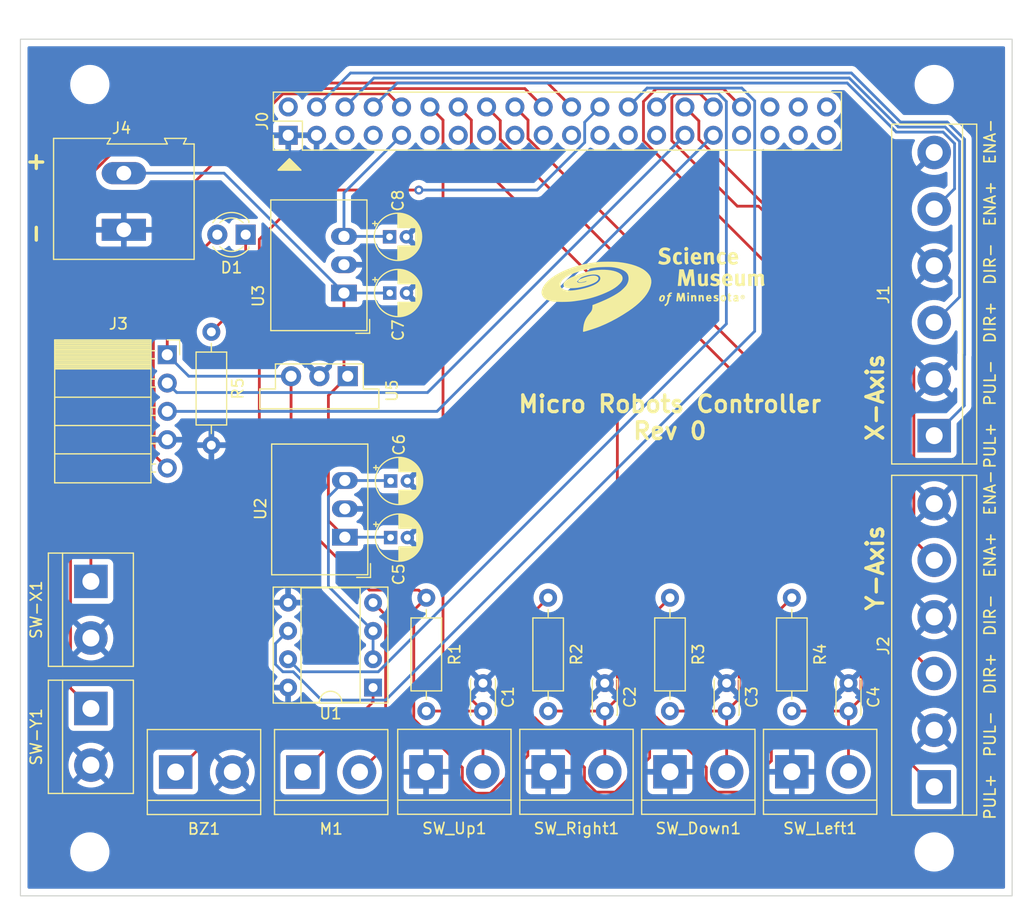
<source format=kicad_pcb>
(kicad_pcb (version 20211014) (generator pcbnew)
  (layers (0 "F.Cu" signal) (31 "B.Cu" signal) (34 "B.Paste" user) (35 "F.Paste" user) (36 "B.SilkS" user "B.Silkscreen") (37 "F.SilkS" user "F.Silkscreen") (38 "B.Mask" user) (39 "F.Mask" user) (44 "Edge.Cuts" user))
  (net 0 "")
  (net 1 "Net-(BZ1-Pad1)")
  (net 2 "GND")
  (net 3 "Net-(C6-Pad1)")
  (net 4 "+12V")
  (net 6 "/PulX")
  (net 8 "/DirX")
  (net 10 "/EnaX")
  (net 11 "Net-(J0-Pad10)")
  (net 13 "/JoyUp")
  (net 15 "/JoyRight")
  (net 17 "/JoyDown")
  (net 19 "/JoyLeft")
  (net 21 "/LimitX")
  (net 23 "/LimitY")
  (net 26 "/MotorA")
  (net 28 "/MotorB")
  (net 29 "Net-(J0-Pad29)")
  (net 30 "/EnaY")
  (net 31 "Net-(J0-Pad31)")
  (net 32 "/DirY")
  (net 34 "/PulY")
  (net 41 "+5V")
  (net 42 "Net-(M1-Pad1)")
  (net 43 "Net-(M1-Pad2)")
  (net 44 "+24V")
  (net 45 "Net-(D1-Pad1)")
  (footprint "Capacitor_THT:C_Disc_D3.0mm_W2.0mm_P2.50mm" (layer "F.Cu") (at 138.448489 119.628989 -90)
    (fp_text reference "C1" (at 1.25 -2.25 -90) (layer "F.SilkS"))
    (fp_text value "100nF")
    (pad "1" thru_hole circle (at 0 0 270) (size 1.6 1.6) (drill 0.8) (layers *.Cu *.Mask) (net 2 "GND"))
    (pad "2" thru_hole circle (at 2.5 0 270) (size 1.6 1.6) (drill 0.8) (layers *.Cu *.Mask) (net 13 "/JoyUp"))
  )
  (footprint "SMM:TerminalBlock-2_P5.08mm_small" (layer "F.Cu") (at 133.344489 127.577989)
    (fp_text reference "SW_Up1" (at 2.54 5.08 180) (layer "F.SilkS"))
    (fp_text value "SW_Push")
    (pad "1" thru_hole rect (at 0 0) (size 3 3) (drill 1.52) (layers *.Cu *.Mask) (net 2 "GND"))
    (pad "2" thru_hole circle (at 5.08 0) (size 3 3) (drill 1.52) (layers *.Cu *.Mask) (net 13 "/JoyUp"))
  )
  (footprint "Connector_PinHeader_2.54mm:PinHeader_2x20_P2.54mm_Vertical" (layer "F.Cu") (at 120.990989 70.485 90)
    (fp_text reference "J0" (at 1.27 -2.33 90) (layer "F.SilkS"))
    (fp_text value "SMM_Mega_Shield_Connector")
    (pad "1" thru_hole rect (at 0 0 90) (size 1.7 1.7) (drill 1) (layers *.Cu *.Mask) (net 2 "GND"))
    (pad "2" thru_hole oval (at 2.54 0 90) (size 1.7 1.7) (drill 1) (layers *.Cu *.Mask))
    (pad "3" thru_hole oval (at 0 2.54 90) (size 1.7 1.7) (drill 1) (layers *.Cu *.Mask) (net 2 "GND"))
    (pad "4" thru_hole oval (at 2.54 2.54 90) (size 1.7 1.7) (drill 1) (layers *.Cu *.Mask) (net 6 "/PulX"))
    (pad "5" thru_hole oval (at 0 5.08 90) (size 1.7 1.7) (drill 1) (layers *.Cu *.Mask))
    (pad "6" thru_hole oval (at 2.54 5.08 90) (size 1.7 1.7) (drill 1) (layers *.Cu *.Mask) (net 8 "/DirX"))
    (pad "7" thru_hole oval (at 0 7.62 90) (size 1.7 1.7) (drill 1) (layers *.Cu *.Mask))
    (pad "8" thru_hole oval (at 2.54 7.62 90) (size 1.7 1.7) (drill 1) (layers *.Cu *.Mask) (net 10 "/EnaX"))
    (pad "9" thru_hole oval (at 0 10.16 90) (size 1.7 1.7) (drill 1) (layers *.Cu *.Mask) (net 4 "+12V"))
    (pad "10" thru_hole oval (at 2.54 10.16 90) (size 1.7 1.7) (drill 1) (layers *.Cu *.Mask) (net 11 "Net-(J0-Pad10)"))
    (pad "11" thru_hole oval (at 0 12.7 90) (size 1.7 1.7) (drill 1) (layers *.Cu *.Mask))
    (pad "12" thru_hole oval (at 2.54 12.7 90) (size 1.7 1.7) (drill 1) (layers *.Cu *.Mask) (net 13 "/JoyUp"))
    (pad "13" thru_hole oval (at 0 15.24 90) (size 1.7 1.7) (drill 1) (layers *.Cu *.Mask))
    (pad "14" thru_hole oval (at 2.54 15.24 90) (size 1.7 1.7) (drill 1) (layers *.Cu *.Mask) (net 15 "/JoyRight"))
    (pad "15" thru_hole oval (at 0 17.78 90) (size 1.7 1.7) (drill 1) (layers *.Cu *.Mask))
    (pad "16" thru_hole oval (at 2.54 17.78 90) (size 1.7 1.7) (drill 1) (layers *.Cu *.Mask) (net 17 "/JoyDown"))
    (pad "17" thru_hole oval (at 0 20.32 90) (size 1.7 1.7) (drill 1) (layers *.Cu *.Mask))
    (pad "18" thru_hole oval (at 2.54 20.32 90) (size 1.7 1.7) (drill 1) (layers *.Cu *.Mask) (net 19 "/JoyLeft"))
    (pad "19" thru_hole oval (at 0 22.86 90) (size 1.7 1.7) (drill 1) (layers *.Cu *.Mask))
    (pad "20" thru_hole oval (at 2.54 22.86 90) (size 1.7 1.7) (drill 1) (layers *.Cu *.Mask) (net 21 "/LimitX"))
    (pad "21" thru_hole oval (at 0 25.4 90) (size 1.7 1.7) (drill 1) (layers *.Cu *.Mask))
    (pad "22" thru_hole oval (at 2.54 25.4 90) (size 1.7 1.7) (drill 1) (layers *.Cu *.Mask) (net 23 "/LimitY"))
    (pad "23" thru_hole oval (at 0 27.94 90) (size 1.7 1.7) (drill 1) (layers *.Cu *.Mask))
    (pad "24" thru_hole oval (at 2.54 27.94 90) (size 1.7 1.7) (drill 1) (layers *.Cu *.Mask) (net 1 "Net-(BZ1-Pad1)"))
    (pad "25" thru_hole oval (at 0 30.48 90) (size 1.7 1.7) (drill 1) (layers *.Cu *.Mask))
    (pad "26" thru_hole oval (at 2.54 30.48 90) (size 1.7 1.7) (drill 1) (layers *.Cu *.Mask) (net 26 "/MotorA"))
    (pad "27" thru_hole oval (at 0 33.02 90) (size 1.7 1.7) (drill 1) (layers *.Cu *.Mask))
    (pad "28" thru_hole oval (at 2.54 33.02 90) (size 1.7 1.7) (drill 1) (layers *.Cu *.Mask) (net 28 "/MotorB"))
    (pad "29" thru_hole oval (at 0 35.56 90) (size 1.7 1.7) (drill 1) (layers *.Cu *.Mask) (net 29 "Net-(J0-Pad29)"))
    (pad "30" thru_hole oval (at 2.54 35.56 90) (size 1.7 1.7) (drill 1) (layers *.Cu *.Mask) (net 30 "/EnaY"))
    (pad "31" thru_hole oval (at 0 38.1 90) (size 1.7 1.7) (drill 1) (layers *.Cu *.Mask) (net 31 "Net-(J0-Pad31)"))
    (pad "32" thru_hole oval (at 2.54 38.1 90) (size 1.7 1.7) (drill 1) (layers *.Cu *.Mask) (net 32 "/DirY"))
    (pad "33" thru_hole oval (at 0 40.64 90) (size 1.7 1.7) (drill 1) (layers *.Cu *.Mask))
    (pad "34" thru_hole oval (at 2.54 40.64 90) (size 1.7 1.7) (drill 1) (layers *.Cu *.Mask) (net 34 "/PulY"))
    (pad "35" thru_hole oval (at 0 43.18 90) (size 1.7 1.7) (drill 1) (layers *.Cu *.Mask))
    (pad "36" thru_hole oval (at 2.54 43.18 90) (size 1.7 1.7) (drill 1) (layers *.Cu *.Mask))
    (pad "37" thru_hole oval (at 0 45.72 90) (size 1.7 1.7) (drill 1) (layers *.Cu *.Mask))
    (pad "38" thru_hole oval (at 2.54 45.72 90) (size 1.7 1.7) (drill 1) (layers *.Cu *.Mask))
    (pad "39" thru_hole oval (at 0 48.26 90) (size 1.7 1.7) (drill 1) (layers *.Cu *.Mask))
    (pad "40" thru_hole oval (at 2.54 48.26 90) (size 1.7 1.7) (drill 1) (layers *.Cu *.Mask))
  )
  (footprint "SMM:TerminalBlock-2_P5.08mm_large" (layer "F.Cu") (at 106.253989 78.965 90)
    (fp_text reference "J4" (at 9.115 -0.208989 180) (layer "F.SilkS"))
    (fp_text value "24VDC")
    (pad "1" thru_hole rect (at 0 0 90) (size 1.98 3.96) (drill 1.32) (layers *.Cu *.Mask) (net 2 "GND"))
    (pad "2" thru_hole oval (at 5.08 0 90) (size 1.98 3.96) (drill 1.32) (layers *.Cu *.Mask) (net 44 "+24V"))
  )
  (footprint "MountingHole:MountingHole_2.5mm" (layer "F.Cu") (at 103.205989 134.765489)
    (fp_text reference "REF**" hide)
    (fp_text value "MountingHole_2.5mm")
    (pad "" np_thru_hole circle (at 0 0) (size 2.5 2.5) (drill 2.5) (layers *.Cu *.Mask))
  )
  (footprint "SMM:LED_D3.0mm" (layer "F.Cu") (at 117.175 79.4 180)
    (fp_text reference "D1" (at 1.27 -2.96) (layer "F.SilkS"))
    (fp_text value "LED")
    (pad "1" thru_hole rect (at 0 0 180) (size 1.8 1.8) (drill 0.9) (layers *.Cu *.Mask) (net 45 "Net-(D1-Pad1)"))
    (pad "2" thru_hole circle (at 2.54 0 180) (size 1.8 1.8) (drill 0.9) (layers *.Cu *.Mask) (net 41 "+5V"))
  )
  (footprint "SMM:TerminalBlock-2_P5.08mm_small" (layer "F.Cu") (at 103.3 121.9 -90)
    (fp_text reference "SW-Y1" (at 2.54 4.9 90) (layer "F.SilkS"))
    (fp_text value "Limit Switch")
    (pad "1" thru_hole rect (at 0 0 270) (size 3 3) (drill 1.52) (layers *.Cu *.Mask) (net 23 "/LimitY"))
    (pad "2" thru_hole circle (at 5.08 0 270) (size 3 3) (drill 1.52) (layers *.Cu *.Mask) (net 2 "GND"))
  )
  (footprint "TerminalBlock:TerminalBlock_bornier-6_P5.08mm" (layer "F.Cu") (at 178.897989 97.427489 90)
    (fp_text reference "J1" (at 12.65 -4.55 90) (layer "F.SilkS"))
    (fp_text value "X_Axis_Stepper_Controller ")
    (pad "1" thru_hole rect (at 0 0 90) (size 3 3) (drill 1.52) (layers *.Cu *.Mask) (net 6 "/PulX"))
    (pad "2" thru_hole circle (at 5.08 0 90) (size 3 3) (drill 1.52) (layers *.Cu *.Mask) (net 2 "GND"))
    (pad "3" thru_hole circle (at 10.16 0 90) (size 3 3) (drill 1.52) (layers *.Cu *.Mask) (net 8 "/DirX"))
    (pad "4" thru_hole circle (at 15.24 0 90) (size 3 3) (drill 1.52) (layers *.Cu *.Mask) (net 2 "GND"))
    (pad "5" thru_hole circle (at 20.32 0 90) (size 3 3) (drill 1.52) (layers *.Cu *.Mask) (net 10 "/EnaX"))
    (pad "6" thru_hole circle (at 25.4 0 90) (size 3 3) (drill 1.52) (layers *.Cu *.Mask) (net 2 "GND"))
  )
  (footprint "SMM:TerminalBlock-2_P5.08mm_small" (layer "F.Cu") (at 103.3 110.5 -90)
    (fp_text reference "SW-X1" (at 2.54 4.9 90) (layer "F.SilkS"))
    (fp_text value "Limit Switch")
    (pad "1" thru_hole rect (at 0 0 270) (size 3 3) (drill 1.52) (layers *.Cu *.Mask) (net 21 "/LimitX"))
    (pad "2" thru_hole circle (at 5.08 0 270) (size 3 3) (drill 1.52) (layers *.Cu *.Mask) (net 2 "GND"))
  )
  (footprint "Converter_DCDC:Converter_DCDC_Murata_OKI-78SR_Vertical" (layer "F.Cu") (at 126.324989 92.094489 180)
    (fp_text reference "U5" (at -3.975011 -1.305511 90) (layer "F.SilkS"))
    (fp_text value "OKI-78SR-5_1.5-W36-C")
    (pad "1" thru_hole rect (at 0 0 180) (size 1.8 1.8) (drill 1) (layers *.Cu *.Mask) (net 44 "+24V"))
    (pad "2" thru_hole circle (at 2.54 0 180) (size 1.8 1.8) (drill 1) (layers *.Cu *.Mask) (net 2 "GND"))
    (pad "3" thru_hole circle (at 5.08 0 180) (size 1.8 1.8) (drill 1) (layers *.Cu *.Mask) (net 41 "+5V"))
  )
  (footprint "SMM:TerminalBlock-2_P5.08mm_small" (layer "F.Cu") (at 110.9 127.6)
    (fp_text reference "BZ1" (at 2.54 5.1) (layer "F.SilkS"))
    (fp_text value "Buzzer")
    (pad "1" thru_hole rect (at 0 0) (size 3 3) (drill 1.52) (layers *.Cu *.Mask) (net 1 "Net-(BZ1-Pad1)"))
    (pad "2" thru_hole circle (at 5.08 0) (size 3 3) (drill 1.52) (layers *.Cu *.Mask) (net 2 "GND"))
  )
  (footprint "SMM:TerminalBlock-2_P5.08mm_small" (layer "F.Cu") (at 122.3 127.6)
    (fp_text reference "M1" (at 2.54 5.1) (layer "F.SilkS"))
    (fp_text value "Motor_DC")
    (pad "1" thru_hole rect (at 0 0) (size 3 3) (drill 1.52) (layers *.Cu *.Mask) (net 42 "Net-(M1-Pad1)"))
    (pad "2" thru_hole circle (at 5.08 0) (size 3 3) (drill 1.52) (layers *.Cu *.Mask) (net 43 "Net-(M1-Pad2)"))
  )
  (footprint "MountingHole:MountingHole_2.5mm" (layer "F.Cu") (at 178.897989 65.931489)
    (fp_text reference "REF**" hide)
    (fp_text value "MountingHole_2.5mm")
    (pad "" np_thru_hole circle (at 0 0) (size 2.5 2.5) (drill 2.5) (layers *.Cu *.Mask))
  )
  (footprint "SMM:TerminalBlock-2_P5.08mm_small" (layer "F.Cu") (at 144.290489 127.577989)
    (fp_text reference "SW_Right1" (at 2.54 5.08) (layer "F.SilkS"))
    (fp_text value "SW_Push")
    (pad "1" thru_hole rect (at 0 0) (size 3 3) (drill 1.52) (layers *.Cu *.Mask) (net 2 "GND"))
    (pad "2" thru_hole circle (at 5.08 0) (size 3 3) (drill 1.52) (layers *.Cu *.Mask) (net 15 "/JoyRight"))
  )
  (footprint "SMM:Resistor_L6.3mm_D2.5mm_P10.16mm_Horizontal" (layer "F.Cu") (at 114.1 88.12 -90)
    (fp_text reference "R5" (at 5.08 -2.37 90) (layer "F.SilkS"))
    (fp_text value "R")
    (pad "1" thru_hole circle (at 0 0 270) (size 1.6 1.6) (drill 0.8) (layers *.Cu *.Mask) (net 45 "Net-(D1-Pad1)"))
    (pad "2" thru_hole oval (at 10.16 0 270) (size 1.6 1.6) (drill 0.8) (layers *.Cu *.Mask) (net 2 "GND"))
  )
  (footprint "Capacitor_THT:CP_Radial_D4.0mm_P1.50mm" (layer "F.Cu") (at 130.16939 106.571489)
    (fp_text reference "C5" (at 0.722599 3.302 90) (layer "F.SilkS"))
    (fp_text value "10µF")
    (pad "1" thru_hole rect (at 0 0) (size 1.2 1.2) (drill 0.6) (layers *.Cu *.Mask) (net 44 "+24V"))
    (pad "2" thru_hole circle (at 1.5 0) (size 1.2 1.2) (drill 0.6) (layers *.Cu *.Mask) (net 2 "GND"))
  )
  (footprint "MountingHole:MountingHole_2.5mm" (layer "F.Cu") (at 103.205989 65.931489)
    (fp_text reference "REF**" hide)
    (fp_text value "MountingHole_2.5mm")
    (pad "" np_thru_hole circle (at 0 0) (size 2.5 2.5) (drill 2.5) (layers *.Cu *.Mask))
  )
  (footprint "SMM:Resistor_L6.3mm_D2.5mm_P10.16mm_Horizontal" (layer "F.Cu") (at 133.368489 122.128989 90)
    (fp_text reference "R1" (at 5.08 2.54 90) (layer "F.SilkS"))
    (fp_text value "1K")
    (pad "1" thru_hole circle (at 0 0 90) (size 1.6 1.6) (drill 0.8) (layers *.Cu *.Mask) (net 13 "/JoyUp"))
    (pad "2" thru_hole oval (at 10.16 0 90) (size 1.6 1.6) (drill 0.8) (layers *.Cu *.Mask) (net 41 "+5V"))
  )
  (footprint "SMM:smm-logo-20mm" (layer "F.Cu") (at 153.7 84.3)
    (fp_text reference "G***")
    (fp_text value "LOGO" hide)
  )
  (footprint "SMM:Resistor_L6.3mm_D2.5mm_P10.16mm_Horizontal" (layer "F.Cu") (at 144.290489 122.128989 90)
    (fp_text reference "R2" (at 5.08 2.54 90) (layer "F.SilkS"))
    (fp_text value "1K")
    (pad "1" thru_hole circle (at 0 0 90) (size 1.6 1.6) (drill 0.8) (layers *.Cu *.Mask) (net 15 "/JoyRight"))
    (pad "2" thru_hole oval (at 10.16 0 90) (size 1.6 1.6) (drill 0.8) (layers *.Cu *.Mask) (net 41 "+5V"))
  )
  (footprint "Connector_PinSocket_2.54mm:PinSocket_1x05_P2.54mm_Horizontal" (layer "F.Cu") (at 110.145989 95.25)
    (fp_text reference "J3" (at -4.38 -7.85) (layer "F.SilkS"))
    (fp_text value "gen4-IB ")
    (pad "1" thru_hole rect (at 0 -5.08) (size 1.7 1.7) (drill 1) (layers *.Cu *.Mask) (net 41 "+5V"))
    (pad "2" thru_hole oval (at 0 -2.54) (size 1.7 1.7) (drill 1) (layers *.Cu *.Mask) (net 29 "Net-(J0-Pad29)"))
    (pad "3" thru_hole oval (at 0 0) (size 1.7 1.7) (drill 1) (layers *.Cu *.Mask) (net 31 "Net-(J0-Pad31)"))
    (pad "4" thru_hole oval (at 0 2.54) (size 1.7 1.7) (drill 1) (layers *.Cu *.Mask) (net 2 "GND"))
    (pad "5" thru_hole oval (at 0 5.08) (size 1.7 1.7) (drill 1) (layers *.Cu *.Mask) (net 11 "Net-(J0-Pad10)"))
  )
  (footprint "SMM:TerminalBlock-2_P5.08mm_small" (layer "F.Cu") (at 166.134489 127.577989)
    (fp_text reference "SW_Left1" (at 2.54 5.08) (layer "F.SilkS"))
    (fp_text value "SW_Push")
    (pad "1" thru_hole rect (at 0 0) (size 3 3) (drill 1.52) (layers *.Cu *.Mask) (net 2 "GND"))
    (pad "2" thru_hole circle (at 5.08 0) (size 3 3) (drill 1.52) (layers *.Cu *.Mask) (net 19 "/JoyLeft"))
  )
  (footprint "Capacitor_THT:C_Disc_D3.0mm_W2.0mm_P2.50mm" (layer "F.Cu") (at 160.292489 119.628989 -90)
    (fp_text reference "C3" (at 1.25 -2.25 -90) (layer "F.SilkS"))
    (fp_text value "100nF")
    (pad "1" thru_hole circle (at 0 0 270) (size 1.6 1.6) (drill 0.8) (layers *.Cu *.Mask) (net 2 "GND"))
    (pad "2" thru_hole circle (at 2.5 0 270) (size 1.6 1.6) (drill 0.8) (layers *.Cu *.Mask) (net 17 "/JoyDown"))
  )
  (footprint "Capacitor_THT:C_Disc_D3.0mm_W2.0mm_P2.50mm" (layer "F.Cu") (at 149.370489 119.628989 -90)
    (fp_text reference "C2" (at 1.25 -2.25 -90) (layer "F.SilkS"))
    (fp_text value "100nF")
    (pad "1" thru_hole circle (at 0 0 270) (size 1.6 1.6) (drill 0.8) (layers *.Cu *.Mask) (net 2 "GND"))
    (pad "2" thru_hole circle (at 2.5 0 270) (size 1.6 1.6) (drill 0.8) (layers *.Cu *.Mask) (net 15 "/JoyRight"))
  )
  (footprint "Capacitor_THT:C_Disc_D3.0mm_W2.0mm_P2.50mm" (layer "F.Cu") (at 171.214489 119.628989 -90)
    (fp_text reference "C4" (at 1.25 -2.25 -90) (layer "F.SilkS"))
    (fp_text value "100nF")
    (pad "1" thru_hole circle (at 0 0 270) (size 1.6 1.6) (drill 0.8) (layers *.Cu *.Mask) (net 2 "GND"))
    (pad "2" thru_hole circle (at 2.5 0 270) (size 1.6 1.6) (drill 0.8) (layers *.Cu *.Mask) (net 19 "/JoyLeft"))
  )
  (footprint "SMM:Resistor_L6.3mm_D2.5mm_P10.16mm_Horizontal" (layer "F.Cu") (at 166.134489 122.128989 90)
    (fp_text reference "R4" (at 5.08 2.54 90) (layer "F.SilkS"))
    (fp_text value "1K")
    (pad "1" thru_hole circle (at 0 0 90) (size 1.6 1.6) (drill 0.8) (layers *.Cu *.Mask) (net 19 "/JoyLeft"))
    (pad "2" thru_hole oval (at 10.16 0 90) (size 1.6 1.6) (drill 0.8) (layers *.Cu *.Mask) (net 41 "+5V"))
  )
  (footprint "SMM:Resistor_L6.3mm_D2.5mm_P10.16mm_Horizontal" (layer "F.Cu") (at 155.212489 122.128989 90)
    (fp_text reference "R3" (at 5.08 2.54 90) (layer "F.SilkS"))
    (fp_text value "1K")
    (pad "1" thru_hole circle (at 0 0 90) (size 1.6 1.6) (drill 0.8) (layers *.Cu *.Mask) (net 17 "/JoyDown"))
    (pad "2" thru_hole oval (at 10.16 0 90) (size 1.6 1.6) (drill 0.8) (layers *.Cu *.Mask) (net 41 "+5V"))
  )
  (footprint "Converter_DCDC:Converter_DCDC_RECOM_R-78E-0.5_THT" (layer "F.Cu") (at 126.065989 106.532088 90)
    (fp_text reference "U2" (at 2.54 -7.56 90) (layer "F.SilkS"))
    (fp_text value "R-78C12-1.0")
    (pad "1" thru_hole rect (at 0 0 90) (size 1.5 2.3) (drill 1) (layers *.Cu *.Mask) (net 44 "+24V"))
    (pad "2" thru_hole oval (at 2.54 0 90) (size 1.5 2.3) (drill 1) (layers *.Cu *.Mask) (net 2 "GND"))
    (pad "3" thru_hole oval (at 5.08 0 90) (size 1.5 2.3) (drill 1) (layers *.Cu *.Mask) (net 3 "Net-(C6-Pad1)"))
  )
  (footprint "MountingHole:MountingHole_2.5mm" (layer "F.Cu") (at 178.897989 134.765489)
    (fp_text reference "REF**" hide)
    (fp_text value "MountingHole_2.5mm")
    (pad "" np_thru_hole circle (at 0 0) (size 2.5 2.5) (drill 2.5) (layers *.Cu *.Mask))
  )
  (footprint "Capacitor_THT:CP_Radial_D4.0mm_P1.50mm" (layer "F.Cu") (at 130.16939 101.491489)
    (fp_text reference "C6" (at 0.75 -3.25 90) (layer "F.SilkS"))
    (fp_text value "10µF")
    (pad "1" thru_hole rect (at 0 0) (size 1.2 1.2) (drill 0.6) (layers *.Cu *.Mask) (net 3 "Net-(C6-Pad1)"))
    (pad "2" thru_hole circle (at 1.5 0) (size 1.2 1.2) (drill 0.6) (layers *.Cu *.Mask) (net 2 "GND"))
  )
  (footprint "Package_DIP:DIP-8_W7.62mm_Socket" (layer "F.Cu") (at 128.595989 120.023489 180)
    (fp_text reference "U1" (at 3.81 -2.33) (layer "F.SilkS"))
    (fp_text value "L9110_H-Bridge")
    (pad "1" thru_hole rect (at 0 0 180) (size 1.6 1.6) (drill 0.8) (layers *.Cu *.Mask) (net 42 "Net-(M1-Pad1)"))
    (pad "2" thru_hole oval (at 0 2.54 180) (size 1.6 1.6) (drill 0.8) (layers *.Cu *.Mask) (net 3 "Net-(C6-Pad1)"))
    (pad "3" thru_hole oval (at 0 5.08 180) (size 1.6 1.6) (drill 0.8) (layers *.Cu *.Mask) (net 3 "Net-(C6-Pad1)"))
    (pad "4" thru_hole oval (at 0 7.62 180) (size 1.6 1.6) (drill 0.8) (layers *.Cu *.Mask) (net 43 "Net-(M1-Pad2)"))
    (pad "5" thru_hole oval (at 7.62 7.62 180) (size 1.6 1.6) (drill 0.8) (layers *.Cu *.Mask) (net 2 "GND"))
    (pad "6" thru_hole oval (at 7.62 5.08 180) (size 1.6 1.6) (drill 0.8) (layers *.Cu *.Mask) (net 26 "/MotorA"))
    (pad "7" thru_hole oval (at 7.62 2.54 180) (size 1.6 1.6) (drill 0.8) (layers *.Cu *.Mask) (net 28 "/MotorB"))
    (pad "8" thru_hole oval (at 7.62 0 180) (size 1.6 1.6) (drill 0.8) (layers *.Cu *.Mask) (net 2 "GND"))
  )
  (footprint "Converter_DCDC:Converter_DCDC_RECOM_R-78E-0.5_THT" (layer "F.Cu") (at 125.987489 84.634489 90)
    (fp_text reference "U3" (at -0.265511 -7.687489 90) (layer "F.SilkS"))
    (fp_text value "R-78C12-1.0")
    (pad "1" thru_hole rect (at 0 0 90) (size 1.5 2.3) (drill 1) (layers *.Cu *.Mask) (net 44 "+24V"))
    (pad "2" thru_hole oval (at 2.54 0 90) (size 1.5 2.3) (drill 1) (layers *.Cu *.Mask) (net 2 "GND"))
    (pad "3" thru_hole oval (at 5.08 0 90) (size 1.5 2.3) (drill 1) (layers *.Cu *.Mask) (net 4 "+12V"))
  )
  (footprint "Capacitor_THT:CP_Radial_D4.0mm_P1.50mm" (layer "F.Cu") (at 130.075489 79.59389)
    (fp_text reference "C8" (at 0.75 -3.25 90) (layer "F.SilkS"))
    (fp_text value "10µF")
    (pad "1" thru_hole rect (at 0 0) (size 1.2 1.2) (drill 0.6) (layers *.Cu *.Mask) (net 4 "+12V"))
    (pad "2" thru_hole circle (at 1.5 0) (size 1.2 1.2) (drill 0.6) (layers *.Cu *.Mask) (net 2 "GND"))
  )
  (footprint "TerminalBlock:TerminalBlock_bornier-6_P5.08mm" (layer "F.Cu") (at 178.897989 128.923489 90)
    (fp_text reference "J2" (at 12.65 -4.55 90) (layer "F.SilkS"))
    (fp_text value "Y_Axis_Stepper_Controller ")
    (pad "1" thru_hole rect (at 0 0 90) (size 3 3) (drill 1.52) (layers *.Cu *.Mask) (net 34 "/PulY"))
    (pad "2" thru_hole circle (at 5.08 0 90) (size 3 3) (drill 1.52) (layers *.Cu *.Mask) (net 2 "GND"))
    (pad "3" thru_hole circle (at 10.16 0 90) (size 3 3) (drill 1.52) (layers *.Cu *.Mask) (net 32 "/DirY"))
    (pad "4" thru_hole circle (at 15.24 0 90) (size 3 3) (drill 1.52) (layers *.Cu *.Mask) (net 2 "GND"))
    (pad "5" thru_hole circle (at 20.32 0 90) (size 3 3) (drill 1.52) (layers *.Cu *.Mask) (net 30 "/EnaY"))
    (pad "6" thru_hole circle (at 25.4 0 90) (size 3 3) (drill 1.52) (layers *.Cu *.Mask) (net 2 "GND"))
  )
  (footprint "SMM:TerminalBlock-2_P5.08mm_small" (layer "F.Cu") (at 155.212489 127.577989)
    (fp_text reference "SW_Down1" (at 2.54 5.08) (layer "F.SilkS"))
    (fp_text value "SW_Push")
    (pad "1" thru_hole rect (at 0 0) (size 3 3) (drill 1.52) (layers *.Cu *.Mask) (net 2 "GND"))
    (pad "2" thru_hole circle (at 5.08 0) (size 3 3) (drill 1.52) (layers *.Cu *.Mask) (net 17 "/JoyDown"))
  )
  (footprint "Capacitor_THT:CP_Radial_D4.0mm_P1.50mm" (layer "F.Cu") (at 130.09089 84.634489)
    (fp_text reference "C7" (at 0.75 3.341401 90) (layer "F.SilkS"))
    (fp_text value "10µF")
    (pad "1" thru_hole rect (at 0 0) (size 1.2 1.2) (drill 0.6) (layers *.Cu *.Mask) (net 44 "+24V"))
    (pad "2" thru_hole circle (at 1.5 0) (size 1.2 1.2) (drill 0.6) (layers *.Cu *.Mask) (net 2 "GND"))
  )
  (gr_poly (pts (xy 122.1 73.6) (xy 120.1 73.6) (xy 121.1 72.6)) (layer "F.SilkS") (width 0.15) (fill solid))
  (gr_rect (start 96.982989 61.867489) (end 185.882989 138.702489) (layer "Edge.Cuts") (width 0.1) (fill none))
  (gr_text "X-Axis" (at 173.6 94 90) (layer "F.SilkS") (effects (font (size 1.5 1.5) (thickness 0.3))))
  (gr_text "Y-Axis" (at 173.6 109.3 90) (layer "F.SilkS") (effects (font (size 1.5 1.5) (thickness 0.3))))
  (gr_text "PUL+  PUL-  DIR+  DIR-  ENA+  ENA-" (at 183.9 84.7 90) (layer "F.SilkS") (effects (font (size 1 1))))
  (gr_text "PUL+  PUL-  DIR+  DIR-  ENA+  ENA-" (at 183.9 116.2 90) (layer "F.SilkS") (effects (font (size 1 1))))
  (gr_text "-    +" (at 98.3 76.1 90) (layer "F.SilkS") (effects (font (size 1.5 1.5) (thickness 0.3))))
  (gr_text "Micro Robots Controller\nRev 0" (at 155.2 95.8) (layer "F.SilkS") (effects (font (size 1.5 1.5) (thickness 0.3))))
  (segment (start 110.9 127.6) (end 118.399511 120.100489) (width 0.25) (layer "F.Cu") (net 1))
  (segment (start 118.399511 119.388631) (end 118.399511 79.817489) (width 0.25) (layer "F.Cu") (net 1))
  (segment (start 132.7 75.4) (end 122.817 75.4) (width 0.25) (layer "F.Cu") (net 1))
  (segment (start 118.399511 120.100489) (end 118.399511 119.388631) (width 0.25) (layer "F.Cu") (net 1))
  (segment (start 118.399511 79.817489) (end 122.817 75.4) (width 0.25) (layer "F.Cu") (net 1))
  (via (at 132.7 75.4) (size 0.8) (drill 0.4) (layers "F.Cu" "B.Cu") (net 1))
  (segment (start 147.5655 69.310489) (end 147.5655 71.1345) (width 0.25) (layer "B.Cu") (net 1))
  (segment (start 148.930989 67.945) (end 147.5655 69.310489) (width 0.25) (layer "B.Cu") (net 1))
  (segment (start 147.5655 71.1345) (end 143.3 75.4) (width 0.25) (layer "B.Cu") (net 1))
  (segment (start 143.3 75.4) (end 132.7 75.4) (width 0.25) (layer "B.Cu") (net 1))
  (segment (start 124.591478 110.938978) (end 128.595989 114.943489) (width 0.25) (layer "B.Cu") (net 3))
  (segment (start 126.065989 101.452088) (end 124.591478 102.926599) (width 0.25) (layer "B.Cu") (net 3))
  (segment (start 124.591478 102.926599) (end 124.591478 110.938978) (width 0.25) (layer "B.Cu") (net 3))
  (segment (start 130.129989 101.452088) (end 130.16939 101.491489) (width 0.25) (layer "B.Cu") (net 3))
  (segment (start 128.595989 114.943489) (end 128.595989 117.483489) (width 0.25) (layer "B.Cu") (net 3))
  (segment (start 126.065989 101.452088) (end 130.129989 101.452088) (width 0.25) (layer "B.Cu") (net 3))
  (segment (start 125.987489 79.554489) (end 125.987489 75.6485) (width 0.25) (layer "B.Cu") (net 4))
  (segment (start 125.987489 79.554489) (end 130.036088 79.554489) (width 0.25) (layer "B.Cu") (net 4))
  (segment (start 130.036088 79.554489) (end 130.075489 79.59389) (width 0.25) (layer "B.Cu") (net 4))
  (segment (start 125.987489 75.6485) (end 131.150989 70.485) (width 0.25) (layer "B.Cu") (net 4))
  (segment (start 178.897989 97.427489) (end 181.6 94.725478) (width 0.25) (layer "B.Cu") (net 6))
  (segment (start 181.62154 70.850104) (end 180.071436 69.3) (width 0.25) (layer "B.Cu") (net 6))
  (segment (start 181.6 90.2) (end 181.62154 90.17846) (width 0.25) (layer "B.Cu") (net 6))
  (segment (start 181.62154 90.17846) (end 181.62154 70.850104) (width 0.25) (layer "B.Cu") (net 6))
  (segment (start 175.871435 69.3) (end 171.473354 64.90192) (width 0.25) (layer "B.Cu") (net 6))
  (segment (start 181.6 94.725478) (end 181.6 90.2) (width 0.25) (layer "B.Cu") (net 6))
  (segment (start 126.574069 64.90192) (end 123.530989 67.945) (width 0.25) (layer "B.Cu") (net 6))
  (segment (start 180.071436 69.3) (end 175.871435 69.3) (width 0.25) (layer "B.Cu") (net 6))
  (segment (start 171.473354 64.90192) (end 126.574069 64.90192) (width 0.25) (layer "B.Cu") (net 6))
  (segment (start 179.886197 69.75048) (end 175.686198 69.75048) (width 0.25) (layer "B.Cu") (net 8))
  (segment (start 171.287157 65.35144) (end 128.664549 65.35144) (width 0.25) (layer "B.Cu") (net 8))
  (segment (start 128.664549 65.35144) (end 126.070989 67.945) (width 0.25) (layer "B.Cu") (net 8))
  (segment (start 178.897989 87.267489) (end 181.17202 84.993458) (width 0.25) (layer "B.Cu") (net 8))
  (segment (start 181.17202 84.993458) (end 181.17202 71.036302) (width 0.25) (layer "B.Cu") (net 8))
  (segment (start 175.686198 69.75048) (end 171.287157 65.35144) (width 0.25) (layer "B.Cu") (net 8))
  (segment (start 181.17202 71.036302) (end 179.886197 69.75048) (width 0.25) (layer "B.Cu") (net 8))
  (segment (start 130.755029 65.80096) (end 128.610989 67.945) (width 0.25) (layer "B.Cu") (net 10))
  (segment (start 179.7 70.2) (end 175.5 70.2) (width 0.25) (layer "B.Cu") (net 10))
  (segment (start 180.7225 71.2225) (end 179.7 70.2) (width 0.25) (layer "B.Cu") (net 10))
  (segment (start 171.10096 65.80096) (end 130.755029 65.80096) (width 0.25) (layer "B.Cu") (net 10))
  (segment (start 175.5 70.2) (end 171.10096 65.80096) (width 0.25) (layer "B.Cu") (net 10))
  (segment (start 180.7225 75.282978) (end 180.7225 71.2225) (width 0.25) (layer "B.Cu") (net 10))
  (segment (start 178.897989 77.107489) (end 180.7225 75.282978) (width 0.25) (layer "B.Cu") (net 10))
  (segment (start 108.971478 93.071478) (end 108.9 93) (width 0.25) (layer "F.Cu") (net 11))
  (segment (start 120.50449 66.770489) (end 129.976478 66.770489) (width 0.25) (layer "F.Cu") (net 11))
  (segment (start 129.976478 66.770489) (end 131.150989 67.945) (width 0.25) (layer "F.Cu") (net 11))
  (segment (start 108.9 78.374979) (end 120.50449 66.770489) (width 0.25) (layer "F.Cu") (net 11))
  (segment (start 108.971478 99.155489) (end 108.971478 93.071478) (width 0.25) (layer "F.Cu") (net 11))
  (segment (start 108.9 93) (end 108.9 78.374979) (width 0.25) (layer "F.Cu") (net 11))
  (segment (start 110.145989 100.33) (end 108.971478 99.155489) (width 0.25) (layer "F.Cu") (net 11))
  (segment (start 133.368489 122.128989) (end 138.448489 122.128989) (width 0.25) (layer "F.Cu") (net 13))
  (segment (start 134.8655 118.546) (end 134.8655 69.119511) (width 0.25) (layer "F.Cu") (net 13))
  (segment (start 134.8655 69.119511) (end 133.690989 67.945) (width 0.25) (layer "F.Cu") (net 13))
  (segment (start 138.448489 122.128989) (end 138.448489 127.553989) (width 0.25) (layer "F.Cu") (net 13))
  (segment (start 138.448489 127.553989) (end 138.424489 127.577989) (width 0.25) (layer "F.Cu") (net 13))
  (segment (start 138.448489 122.128989) (end 134.8655 118.546) (width 0.25) (layer "F.Cu") (net 13))
  (segment (start 150.495 85.437023) (end 137.4055 72.347523) (width 0.25) (layer "F.Cu") (net 15))
  (segment (start 144.290489 122.128989) (end 149.370489 122.128989) (width 0.25) (layer "F.Cu") (net 15))
  (segment (start 137.4055 72.347523) (end 137.4055 69.119511) (width 0.25) (layer "F.Cu") (net 15))
  (segment (start 137.4055 69.119511) (end 136.230989 67.945) (width 0.25) (layer "F.Cu") (net 15))
  (segment (start 149.370489 122.128989) (end 150.495 121.004478) (width 0.25) (layer "F.Cu") (net 15))
  (segment (start 150.495 121.004478) (end 150.495 85.437023) (width 0.25) (layer "F.Cu") (net 15))
  (segment (start 149.370489 122.128989) (end 149.370489 127.577989) (width 0.25) (layer "F.Cu") (net 15))
  (segment (start 140 70.835021) (end 140 69.174011) (width 0.25) (layer "F.Cu") (net 17))
  (segment (start 161.417 121.004478) (end 161.417 92.252021) (width 0.25) (layer "F.Cu") (net 17))
  (segment (start 155.212489 122.128989) (end 160.292489 122.128989) (width 0.25) (layer "F.Cu") (net 17))
  (segment (start 160.292489 122.128989) (end 160.292489 127.577989) (width 0.25) (layer "F.Cu") (net 17))
  (segment (start 161.417 92.252021) (end 140 70.835021) (width 0.25) (layer "F.Cu") (net 17))
  (segment (start 140 69.174011) (end 138.770989 67.945) (width 0.25) (layer "F.Cu") (net 17))
  (segment (start 160.292489 122.128989) (end 161.417 121.004478) (width 0.25) (layer "F.Cu") (net 17))
  (segment (start 171.214489 122.128989) (end 171.214489 127.577989) (width 0.25) (layer "F.Cu") (net 19))
  (segment (start 142.4855 69.119511) (end 141.310989 67.945) (width 0.25) (layer "F.Cu") (net 19))
  (segment (start 172.339 100.639) (end 142.4855 70.7855) (width 0.25) (layer "F.Cu") (net 19))
  (segment (start 166.134489 122.128989) (end 171.214489 122.128989) (width 0.25) (layer "F.Cu") (net 19))
  (segment (start 171.214489 122.128989) (end 172.339 121.004478) (width 0.25) (layer "F.Cu") (net 19))
  (segment (start 172.339 121.004478) (end 172.339 100.639) (width 0.25) (layer "F.Cu") (net 19))
  (segment (start 142.4855 70.7855) (end 142.4855 69.119511) (width 0.25) (layer "F.Cu") (net 19))
  (segment (start 142.205989 66.3) (end 143.850989 67.945) (width 0.25) (layer "F.Cu") (net 21))
  (segment (start 103.3 110.5) (end 103.3 73.989977) (width 0.25) (layer "F.Cu") (net 21))
  (segment (start 103.9 73.389977) (end 104.344988 72.944988) (width 0.25) (layer "F.Cu") (net 21))
  (segment (start 103.3 73.989977) (end 104.344988 72.944988) (width 0.25) (layer "F.Cu") (net 21))
  (segment (start 104.344988 72.944988) (end 110.989977 66.3) (width 0.25) (layer "F.Cu") (net 21))
  (segment (start 110.989977 66.3) (end 142.205989 66.3) (width 0.25) (layer "F.Cu") (net 21))
  (segment (start 110.85426 65.8) (end 144.245989 65.8) (width 0.25) (layer "F.Cu") (net 23))
  (segment (start 101.475489 120.075489) (end 101.475489 75.178771) (width 0.25) (layer "F.Cu") (net 23))
  (segment (start 101.475489 75.178771) (end 102.67713 73.97713) (width 0.25) (layer "F.Cu") (net 23))
  (segment (start 103.3 121.9) (end 101.475489 120.075489) (width 0.25) (layer "F.Cu") (net 23))
  (segment (start 102.67713 73.97713) (end 110.85426 65.8) (width 0.25) (layer "F.Cu") (net 23))
  (segment (start 144.245989 65.8) (end 146.390989 67.945) (width 0.25) (layer "F.Cu") (net 23))
  (segment (start 119.851478 117.949278) (end 119.851478 116.068) (width 0.25) (layer "B.Cu") (net 26))
  (segment (start 161.65048 66.25048) (end 162.8055 67.4055) (width 0.25) (layer "B.Cu") (net 26))
  (segment (start 151.470989 67.945) (end 153.165509 66.25048) (width 0.25) (layer "B.Cu") (net 26))
  (segment (start 153.165509 66.25048) (end 161.65048 66.25048) (width 0.25) (layer "B.Cu") (net 26))
  (segment (start 129.7205 121.148) (end 123.981778 121.148) (width 0.25) (layer "B.Cu") (net 26))
  (segment (start 162.8055 88.063) (end 129.7205 121.148) (width 0.25) (layer "B.Cu") (net 26))
  (segment (start 162.8055 67.4055) (end 162.8055 88.063) (width 0.25) (layer "B.Cu") (net 26))
  (segment (start 123.981778 121.148) (end 121.441778 118.608) (width 0.25) (layer "B.Cu") (net 26))
  (segment (start 119.851478 116.068) (end 120.975989 114.943489) (width 0.25) (layer "B.Cu") (net 26))
  (segment (start 121.441778 118.608) (end 120.5102 118.608) (width 0.25) (layer "B.Cu") (net 26))
  (segment (start 120.5102 118.608) (end 119.851478 117.949278) (width 0.25) (layer "B.Cu") (net 26))
  (segment (start 154.010989 67.945) (end 155.255989 66.7) (width 0.25) (layer "B.Cu") (net 28))
  (segment (start 129.061778 118.608) (end 122.1005 118.608) (width 0.25) (layer "B.Cu") (net 28))
  (segment (start 159.506999 66.7) (end 160.2655 67.458501) (width 0.25) (layer "B.Cu") (net 28))
  (segment (start 160.2655 87.404278) (end 129.061778 118.608) (width 0.25) (layer "B.Cu") (net 28))
  (segment (start 160.2655 67.458501) (end 160.2655 87.404278) (width 0.25) (layer "B.Cu") (net 28))
  (segment (start 122.1005 118.608) (end 120.975989 117.483489) (width 0.25) (layer "B.Cu") (net 28))
  (segment (start 155.255989 66.7) (end 159.506999 66.7) (width 0.25) (layer "B.Cu") (net 28))
  (segment (start 133.475989 93.56) (end 156.550989 70.485) (width 0.25) (layer "B.Cu") (net 29))
  (segment (start 110.995989 93.56) (end 133.475989 93.56) (width 0.25) (layer "B.Cu") (net 29))
  (segment (start 110.145989 92.71) (end 110.995989 93.56) (width 0.25) (layer "B.Cu") (net 29))
  (segment (start 178.897989 108.603489) (end 177.073478 106.778978) (width 0.25) (layer "F.Cu") (net 30))
  (segment (start 177.073478 106.778978) (end 177.073478 90.128499) (width 0.25) (layer "F.Cu") (net 30))
  (segment (start 157.8 70.855021) (end 157.8 69.194011) (width 0.25) (layer "F.Cu") (net 30))
  (segment (start 177.073478 90.128499) (end 157.8 70.855021) (width 0.25) (layer "F.Cu") (net 30))
  (segment (start 157.8 69.194011) (end 156.550989 67.945) (width 0.25) (layer "F.Cu") (net 30))
  (segment (start 110.145989 95.25) (end 134.325989 95.25) (width 0.25) (layer "B.Cu") (net 31))
  (segment (start 134.325989 95.25) (end 159.090989 70.485) (width 0.25) (layer "B.Cu") (net 31))
  (segment (start 163.15463 76.845369) (end 161.250348 76.845369) (width 0.25) (layer "F.Cu") (net 32))
  (segment (start 176.60463 90.295369) (end 163.15463 76.845369) (width 0.25) (layer "F.Cu") (net 32))
  (segment (start 155.376478 67.123522) (end 155.729511 66.770489) (width 0.25) (layer "F.Cu") (net 32))
  (segment (start 178.897989 118.763489) (end 176.60463 116.47013) (width 0.25) (layer "F.Cu") (net 32))
  (segment (start 161.250348 76.845369) (end 155.376478 70.971499) (width 0.25) (layer "F.Cu") (net 32))
  (segment (start 155.376478 70.971499) (end 155.376478 67.123522) (width 0.25) (layer "F.Cu") (net 32))
  (segment (start 155.729511 66.770489) (end 157.916478 66.770489) (width 0.25) (layer "F.Cu") (net 32))
  (segment (start 176.60463 116.47013) (end 176.60463 90.295369) (width 0.25) (layer "F.Cu") (net 32))
  (segment (start 157.916478 66.770489) (end 159.090989 67.945) (width 0.25) (layer "F.Cu") (net 32))
  (segment (start 176.15511 126.18061) (end 176.15511 90.481567) (width 0.25) (layer "F.Cu") (net 34))
  (segment (start 173.236771 87.563228) (end 169.428207 87.563228) (width 0.25) (layer "F.Cu") (net 34))
  (segment (start 153.97401 66.320969) (end 160.006958 66.320969) (width 0.25) (layer "F.Cu") (net 34))
  (segment (start 178.897989 128.923489) (end 176.15511 126.18061) (width 0.25) (layer "F.Cu") (net 34))
  (segment (start 176.15511 90.481567) (end 173.236771 87.563228) (width 0.25) (layer "F.Cu") (net 34))
  (segment (start 152.836478 67.458501) (end 153.97401 66.320969) (width 0.25) (layer "F.Cu") (net 34))
  (segment (start 152.836478 70.971499) (end 152.836478 67.458501) (width 0.25) (layer "F.Cu") (net 34))
  (segment (start 160.006958 66.320969) (end 161.630989 67.945) (width 0.25) (layer "F.Cu") (net 34))
  (segment (start 169.428207 87.563228) (end 152.836478 70.971499) (width 0.25) (layer "F.Cu") (net 34))
  (segment (start 132.243978 122.843978) (end 136.599978 127.199978) (width 0.25) (layer "F.Cu") (net 41))
  (segment (start 150.2975 129.4025) (end 153.387978 126.312022) (width 0.25) (layer "F.Cu") (net 41))
  (segment (start 147.545978 127.184456) (end 147.545978 128.345978) (width 0.25) (layer "F.Cu") (net 41))
  (segment (start 158.467978 127.184456) (end 158.467978 128.467978) (width 0.25) (layer "F.Cu") (net 41))
  (segment (start 136.599978 127.199978) (end 136.599978 128.333727) (width 0.25) (layer "F.Cu") (net 41))
  (segment (start 133.368489 111.968989) (end 132.243978 113.0935) (width 0.25) (layer "F.Cu") (net 41))
  (segment (start 143.095544 122.734022) (end 147.545978 127.184456) (width 0.25) (layer "F.Cu") (net 41))
  (segment (start 164.3 126.6) (end 164.3 113.803478) (width 0.25) (layer "F.Cu") (net 41))
  (segment (start 161.4975 129.4025) (end 164.3 126.6) (width 0.25) (layer "F.Cu") (net 41))
  (segment (start 128.263857 111.278978) (end 132.678478 111.278978) (width 0.25) (layer "F.Cu") (net 41))
  (segment (start 139.1 129.5) (end 142.465978 126.134022) (width 0.25) (layer "F.Cu") (net 41))
  (segment (start 142.465978 126.134022) (end 142.465978 122.734022) (width 0.25) (layer "F.Cu") (net 41))
  (segment (start 110.145989 90.17) (end 110.145989 83.889011) (width 0.25) (layer "F.Cu") (net 41))
  (segment (start 137.766251 129.5) (end 139.1 129.5) (width 0.25) (layer "F.Cu") (net 41))
  (segment (start 148.6025 129.4025) (end 150.2975 129.4025) (width 0.25) (layer "F.Cu") (net 41))
  (segment (start 158.467978 128.467978) (end 159.4025 129.4025) (width 0.25) (layer "F.Cu") (net 41))
  (segment (start 142.465978 113.7935) (end 144.290489 111.968989) (width 0.25) (layer "F.Cu") (net 41))
  (segment (start 153.387978 122.687978) (end 153.387978 113.7935) (width 0.25) (layer "F.Cu") (net 41))
  (segment (start 142.465978 122.734022) (end 142.465978 113.7935) (width 0.25) (layer "F.Cu") (net 41))
  (segment (start 153.387978 113.7935) (end 155.212489 111.968989) (width 0.25) (layer "F.Cu") (net 41))
  (segment (start 142.465978 122.734022) (end 143.095544 122.734022) (width 0.25) (layer "F.Cu") (net 41))
  (segment (start 121.244989 104.26011) (end 128.263857 111.278978) (width 0.25) (layer "F.Cu") (net 41))
  (segment (start 153.387978 122.687978) (end 153.9715 122.687978) (width 0.25) (layer "F.Cu") (net 41))
  (segment (start 136.599978 128.333727) (end 137.766251 129.5) (width 0.25) (layer "F.Cu") (net 41))
  (segment (start 132.243978 113.0935) (end 132.243978 122.843978) (width 0.25) (layer "F.Cu") (net 41))
  (segment (start 110.145989 83.889011) (end 114.635 79.4) (width 0.25) (layer "F.Cu") (net 41))
  (segment (start 121.244989 92.094489) (end 121.244989 104.26011) (width 0.25) (layer "F.Cu") (net 41))
  (segment (start 153.387978 126.312022) (end 153.387978 122.687978) (width 0.25) (layer "F.Cu") (net 41))
  (segment (start 159.4025 129.4025) (end 161.4975 129.4025) (width 0.25) (layer "F.Cu") (net 41))
  (segment (start 132.678478 111.278978) (end 133.368489 111.968989) (width 0.25) (layer "F.Cu") (net 41))
  (segment (start 153.9715 122.687978) (end 158.467978 127.184456) (width 0.25) (layer "F.Cu") (net 41))
  (segment (start 164.3 113.803478) (end 166.134489 111.968989) (width 0.25) (layer "F.Cu") (net 41))
  (segment (start 147.545978 128.345978) (end 148.6025 129.4025) (width 0.25) (layer "F.Cu") (net 41))
  (segment (start 121.244989 92.094489) (end 112.070478 92.094489) (width 0.25) (layer "B.Cu") (net 41))
  (segment (start 112.070478 92.094489) (end 110.145989 90.17) (width 0.25) (layer "B.Cu") (net 41))
  (segment (start 122.3 127.6) (end 128.595989 121.304011) (width 0.25) (layer "F.Cu") (net 42))
  (segment (start 128.595989 121.304011) (end 128.595989 120.023489) (width 0.25) (layer "F.Cu") (net 42))
  (segment (start 127.38 127.6) (end 129.7205 125.2595) (width 0.25) (layer "F.Cu") (net 43))
  (segment (start 129.7205 113.528) (end 128.595989 112.403489) (width 0.25) (layer "F.Cu") (net 43))
  (segment (start 129.7205 125.2595) (end 129.7205 113.528) (width 0.25) (layer "F.Cu") (net 43))
  (segment (start 126.324989 92.094489) (end 124.591469 93.828009) (width 0.25) (layer "F.Cu") (net 44))
  (segment (start 124.591469 93.828009) (end 124.591469 105.057568) (width 0.25) (layer "F.Cu") (net 44))
  (segment (start 126.324989 92.094489) (end 125.987489 91.756989) (width 0.25) (layer "F.Cu") (net 44))
  (segment (start 124.591469 105.057568) (end 126.065989 106.532088) (width 0.25) (layer "F.Cu") (net 44))
  (segment (start 125.987489 91.756989) (end 125.987489 84.634489) (width 0.25) (layer "F.Cu") (net 44))
  (segment (start 126.065989 106.532088) (end 130.129989 106.532088) (width 0.25) (layer "B.Cu") (net 44))
  (segment (start 125.987489 84.634489) (end 130.09089 84.634489) (width 0.25) (layer "B.Cu") (net 44))
  (segment (start 130.129989 106.532088) (end 130.16939 106.571489) (width 0.25) (layer "B.Cu") (net 44))
  (segment (start 106.253989 73.885) (end 115.238 73.885) (width 0.25) (layer "B.Cu") (net 44))
  (segment (start 115.238 73.885) (end 125.987489 84.634489) (width 0.25) (layer "B.Cu") (net 44))
  (segment (start 117.175 85.045) (end 114.1 88.12) (width 0.25) (layer "F.Cu") (net 45))
  (segment (start 117.175 79.4) (end 117.175 85.045) (width 0.25) (layer "F.Cu") (net 45))
  (zone (net 2) (net_name "GND") (layer "B.Cu") (connect_pads (clearance 0.508)) (min_thickness 0.254) (fill yes (thermal_gap 0.508) (thermal_bridge_width 0.508))
    (polygon (pts (xy 185.247989 138.067489) (xy 97.617989 138.067489) (xy 97.617989 62.502489) (xy 185.247989 62.502489)))
  )
)
</source>
